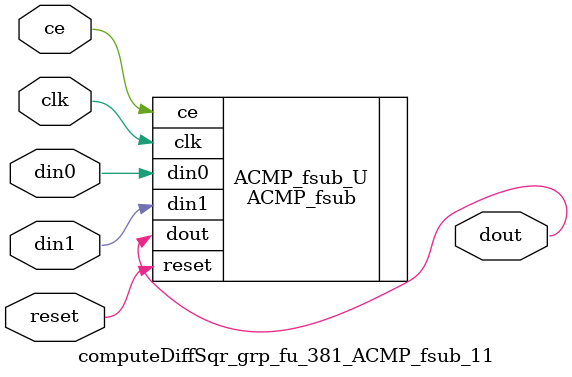
<source format=v>

`timescale 1 ns / 1 ps
module computeDiffSqr_grp_fu_381_ACMP_fsub_11(
    clk,
    reset,
    ce,
    din0,
    din1,
    dout);

parameter ID = 32'd1;
parameter NUM_STAGE = 32'd1;
parameter din0_WIDTH = 32'd1;
parameter din1_WIDTH = 32'd1;
parameter dout_WIDTH = 32'd1;
input clk;
input reset;
input ce;
input[din0_WIDTH - 1:0] din0;
input[din1_WIDTH - 1:0] din1;
output[dout_WIDTH - 1:0] dout;



ACMP_fsub #(
.ID( ID ),
.NUM_STAGE( 4 ),
.din0_WIDTH( din0_WIDTH ),
.din1_WIDTH( din1_WIDTH ),
.dout_WIDTH( dout_WIDTH ))
ACMP_fsub_U(
    .clk( clk ),
    .reset( reset ),
    .ce( ce ),
    .din0( din0 ),
    .din1( din1 ),
    .dout( dout ));

endmodule

</source>
